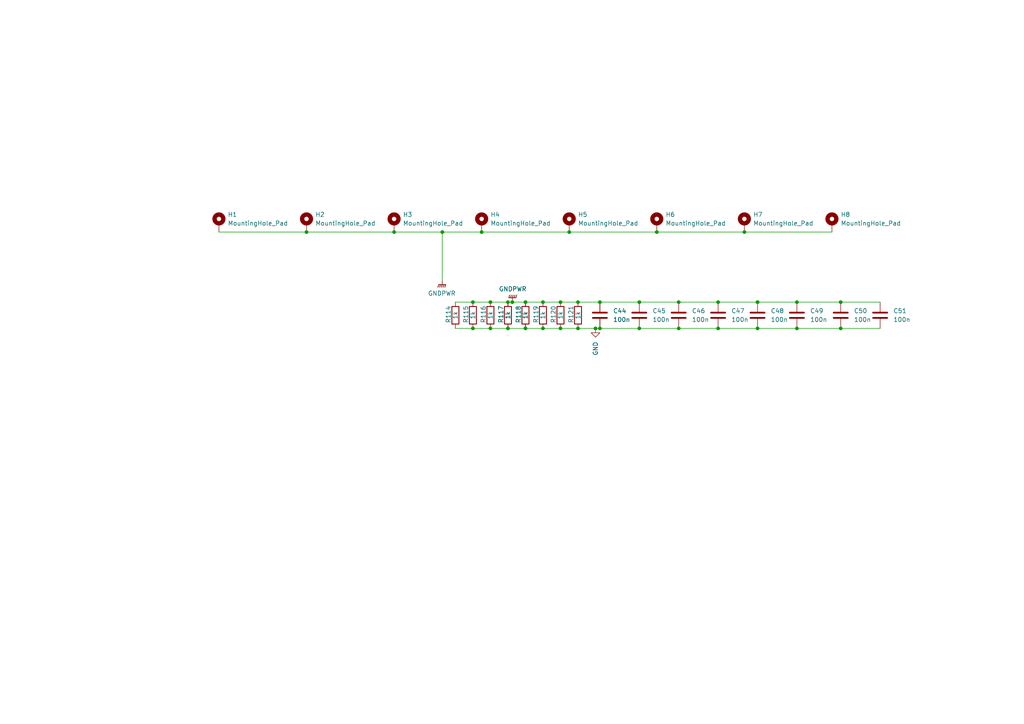
<source format=kicad_sch>
(kicad_sch (version 20250114) (generator "eeschema") (generator_version "9.0")
  (paper "A4")
  (lib_symbols
    (symbol "Device:C" (pin_numbers (hide yes)) (pin_names (offset 0.254))
      (property "Reference" "C" (at 0.635 2.54 0))
      (property "Value" "C" (at 0.635 -2.54 0))
      (symbol "C_0_1"
        (polyline (pts (xy -2.032 0.762) (xy 2.032 0.762)) (stroke (width 0.508)))
        (polyline (pts (xy -2.032 -0.762) (xy 2.032 -0.762)) (stroke (width 0.508)))
      )
      (symbol "C_1_1"
        (pin passive line (at 0 3.81 270) (length 2.794) (name "~") (number "1"))
        (pin passive line (at 0 -3.81 90) (length 2.794) (name "~") (number "2"))
      )
    )
    (symbol "Device:R" (pin_numbers (hide yes)) (pin_names (offset 0))
      (property "Reference" "R" (at 2.032 0 90))
      (property "Value" "R" (at 0 0 90))
      (symbol "R_0_1"
        (rectangle (start -1.016 -2.54) (end 1.016 2.54) (stroke (width 0.254)))
      )
      (symbol "R_1_1"
        (pin passive line (at 0 3.81 270) (length 1.27) (name "~") (number "1"))
        (pin passive line (at 0 -3.81 90) (length 1.27) (name "~") (number "2"))
      )
    )
    (symbol "Mechanical:MountingHole_Pad" (pin_numbers (hide yes)) (pin_names (offset 1.016) (hide yes)) (exclude_from_sim yes) (in_bom no)
      (property "Reference" "H" (at 0 6.35 0))
      (property "Value" "MountingHole_Pad" (at 0 4.445 0))
      (symbol "MountingHole_Pad_0_1"
        (circle (center 0 1.27) (radius 1.27) (stroke (width 1.27)))
      )
      (symbol "MountingHole_Pad_1_1"
        (pin input line (at 0 -2.54 90) (length 2.54) (name "1") (number "1"))
      )
    )
    (symbol "power:GND" (power) (pin_numbers (hide yes)) (pin_names (offset 0) (hide yes))
      (property "Value" "GND" (at 0 -3.81 0))
      (symbol "GND_0_1"
        (polyline (pts (xy 0 0) (xy 0 -1.27) (xy 1.27 -1.27) (xy 0 -2.54) (xy -1.27 -1.27) (xy 0 -1.27)))
      )
      (symbol "GND_1_1"
        (pin power_in line (at 0 0 270) (length 0) (name "~") (number "1"))
      )
    )
    (symbol "power:GNDPWR" (power) (pin_numbers (hide yes)) (pin_names (offset 0) (hide yes))
      (property "Value" "GNDPWR" (at 0 -3.302 0))
      (symbol "GNDPWR_0_1"
        (polyline (pts (xy -1.016 -1.27) (xy -1.27 -2.032) (xy -1.27 -2.032)) (stroke (width 0.2032)))
        (polyline (pts (xy -0.508 -1.27) (xy -0.762 -2.032) (xy -0.762 -2.032)) (stroke (width 0.2032)))
        (polyline (pts (xy 0 -1.27) (xy 0 0)))
        (polyline (pts (xy 0 -1.27) (xy -0.254 -2.032) (xy -0.254 -2.032)) (stroke (width 0.2032)))
        (polyline (pts (xy 0.508 -1.27) (xy 0.254 -2.032) (xy 0.254 -2.032)) (stroke (width 0.2032)))
        (polyline (pts (xy 1.016 -1.27) (xy -1.016 -1.27) (xy -1.016 -1.27)) (stroke (width 0.2032)))
        (polyline (pts (xy 1.016 -1.27) (xy 0.762 -2.032) (xy 0.762 -2.032) (xy 0.762 -2.032)) (stroke (width 0.2032)))
      )
      (symbol "GNDPWR_1_1"
        (pin power_in line (at 0 0 270) (length 0) (name "~") (number "1"))
      )
    )
  )
  (junction (at 88.9 67.31))
  (junction (at 139.7 67.31))
  (junction (at 172.72 95.25))
  (junction (at 142.24 95.25))
  (junction (at 173.99 87.63))
  (junction (at 137.16 87.63))
  (junction (at 196.85 95.25))
  (junction (at 196.85 87.63))
  (junction (at 128.27 67.31))
  (junction (at 157.48 95.25))
  (junction (at 165.1 67.31))
  (junction (at 219.71 95.25))
  (junction (at 167.64 95.25))
  (junction (at 219.71 87.63))
  (junction (at 162.56 87.63))
  (junction (at 152.4 95.25))
  (junction (at 231.14 87.63))
  (junction (at 157.48 87.63))
  (junction (at 173.99 95.25))
  (junction (at 147.32 87.63))
  (junction (at 137.16 95.25))
  (junction (at 152.4 87.63))
  (junction (at 208.28 87.63))
  (junction (at 148.59 87.63))
  (junction (at 147.32 95.25))
  (junction (at 167.64 87.63))
  (junction (at 243.84 95.25))
  (junction (at 162.56 95.25))
  (junction (at 215.9 67.31))
  (junction (at 208.28 95.25))
  (junction (at 190.5 67.31))
  (junction (at 231.14 95.25))
  (junction (at 243.84 87.63))
  (junction (at 114.3 67.31))
  (junction (at 142.24 87.63))
  (junction (at 185.42 95.25))
  (junction (at 185.42 87.63))
  (wire (pts (xy 231.14 95.25) (xy 243.84 95.25)))
  (wire (pts (xy 165.1 67.31) (xy 190.5 67.31)))
  (wire (pts (xy 243.84 95.25) (xy 255.27 95.25)))
  (wire (pts (xy 63.5 67.31) (xy 88.9 67.31)))
  (wire (pts (xy 142.24 87.63) (xy 147.32 87.63)))
  (wire (pts (xy 152.4 95.25) (xy 157.48 95.25)))
  (wire (pts (xy 208.28 87.63) (xy 219.71 87.63)))
  (wire (pts (xy 185.42 87.63) (xy 196.85 87.63)))
  (wire (pts (xy 132.08 95.25) (xy 137.16 95.25)))
  (wire (pts (xy 219.71 95.25) (xy 231.14 95.25)))
  (wire (pts (xy 88.9 67.31) (xy 114.3 67.31)))
  (wire (pts (xy 147.32 95.25) (xy 152.4 95.25)))
  (wire (pts (xy 208.28 95.25) (xy 219.71 95.25)))
  (wire (pts (xy 132.08 87.63) (xy 137.16 87.63)))
  (wire (pts (xy 139.7 67.31) (xy 165.1 67.31)))
  (wire (pts (xy 142.24 95.25) (xy 147.32 95.25)))
  (wire (pts (xy 152.4 87.63) (xy 157.48 87.63)))
  (wire (pts (xy 157.48 87.63) (xy 162.56 87.63)))
  (wire (pts (xy 148.59 87.63) (xy 152.4 87.63)))
  (wire (pts (xy 137.16 95.25) (xy 142.24 95.25)))
  (wire (pts (xy 231.14 87.63) (xy 243.84 87.63)))
  (wire (pts (xy 162.56 95.25) (xy 167.64 95.25)))
  (wire (pts (xy 196.85 95.25) (xy 208.28 95.25)))
  (wire (pts (xy 173.99 95.25) (xy 185.42 95.25)))
  (wire (pts (xy 196.85 87.63) (xy 208.28 87.63)))
  (wire (pts (xy 190.5 67.31) (xy 215.9 67.31)))
  (wire (pts (xy 128.27 67.31) (xy 139.7 67.31)))
  (wire (pts (xy 167.64 87.63) (xy 173.99 87.63)))
  (wire (pts (xy 147.32 87.63) (xy 148.59 87.63)))
  (wire (pts (xy 114.3 67.31) (xy 128.27 67.31)))
  (wire (pts (xy 137.16 87.63) (xy 142.24 87.63)))
  (wire (pts (xy 185.42 95.25) (xy 196.85 95.25)))
  (wire (pts (xy 173.99 87.63) (xy 185.42 87.63)))
  (wire (pts (xy 157.48 95.25) (xy 162.56 95.25)))
  (wire (pts (xy 219.71 87.63) (xy 231.14 87.63)))
  (wire (pts (xy 128.27 81.28) (xy 128.27 67.31)))
  (wire (pts (xy 172.72 95.25) (xy 173.99 95.25)))
  (wire (pts (xy 162.56 87.63) (xy 167.64 87.63)))
  (wire (pts (xy 167.64 95.25) (xy 172.72 95.25)))
  (wire (pts (xy 215.9 67.31) (xy 241.3 67.31)))
  (wire (pts (xy 243.84 87.63) (xy 255.27 87.63)))
  (symbol (lib_id "Mechanical:MountingHole_Pad") (at 139.7 64.77 0) (unit 1) (exclude_from_sim yes) (in_bom no)
    (property "Reference" "H4" (at 142.24 62.2299 0) (effects (justify left)))
    (property "Value" "MountingHole_Pad" (at 142.24 64.7699 0) (effects (justify left)))
    (property "Footprint" "MountingHole:MountingHole_3.2mm_M3_Pad_TopBottom" (effects (hide yes)))
    (property "Description" "Mounting Hole with connection" (effects (hide yes)))
  )
  (symbol (lib_id "Mechanical:MountingHole_Pad") (at 241.3 64.77 0) (unit 1) (exclude_from_sim yes) (in_bom no)
    (property "Reference" "H8" (at 243.84 62.2299 0) (effects (justify left)))
    (property "Value" "MountingHole_Pad" (at 243.84 64.7699 0) (effects (justify left)))
    (property "Footprint" "MountingHole:MountingHole_3.2mm_M3_Pad_TopBottom" (effects (hide yes)))
    (property "Description" "Mounting Hole with connection" (effects (hide yes)))
  )
  (symbol (lib_id "Mechanical:MountingHole_Pad") (at 165.1 64.77 0) (unit 1) (exclude_from_sim yes) (in_bom no)
    (property "Reference" "H5" (at 167.64 62.2299 0) (effects (justify left)))
    (property "Value" "MountingHole_Pad" (at 167.64 64.7699 0) (effects (justify left)))
    (property "Footprint" "MountingHole:MountingHole_3.2mm_M3_Pad_TopBottom" (effects (hide yes)))
    (property "Description" "Mounting Hole with connection" (effects (hide yes)))
  )
  (symbol (lib_id "Device:R") (at 142.24 91.44 0) (mirror y) (unit 1)
    (property "Reference" "R116" (at 140.208 91.186 90))
    (property "Value" "1k" (at 142.24 91.44 90))
    (property "Footprint" "Resistor_SMD:R_1206_3216Metric_Pad1.30x1.75mm_HandSolder" (effects (hide yes)))
    (property "Description" "Resistor" (effects (hide yes)))
  )
  (symbol (lib_id "Device:C") (at 173.99 91.44 0) (unit 1)
    (property "Reference" "C44" (at 177.8 90.1699 0) (effects (justify left)))
    (property "Value" "100n" (at 177.8 92.7099 0) (effects (justify left)))
    (property "Footprint" "Resistor_SMD:R_1206_3216Metric_Pad1.30x1.75mm_HandSolder" (effects (hide yes)))
    (property "Description" "Unpolarized capacitor" (effects (hide yes)))
  )
  (symbol (lib_id "Mechanical:MountingHole_Pad") (at 215.9 64.77 0) (unit 1) (exclude_from_sim yes) (in_bom no)
    (property "Reference" "H7" (at 218.44 62.2299 0) (effects (justify left)))
    (property "Value" "MountingHole_Pad" (at 218.44 64.7699 0) (effects (justify left)))
    (property "Footprint" "MountingHole:MountingHole_3.2mm_M3_Pad_TopBottom" (effects (hide yes)))
    (property "Description" "Mounting Hole with connection" (effects (hide yes)))
  )
  (symbol (lib_id "Device:R") (at 157.48 91.44 0) (mirror y) (unit 1)
    (property "Reference" "R119" (at 155.448 91.186 90))
    (property "Value" "1k" (at 157.48 91.44 90))
    (property "Footprint" "Resistor_SMD:R_1206_3216Metric_Pad1.30x1.75mm_HandSolder" (effects (hide yes)))
    (property "Description" "Resistor" (effects (hide yes)))
  )
  (symbol (lib_id "Device:R") (at 162.56 91.44 0) (mirror y) (unit 1)
    (property "Reference" "R120" (at 160.528 91.186 90))
    (property "Value" "1k" (at 162.56 91.44 90))
    (property "Footprint" "Resistor_SMD:R_1206_3216Metric_Pad1.30x1.75mm_HandSolder" (effects (hide yes)))
    (property "Description" "Resistor" (effects (hide yes)))
  )
  (symbol (lib_id "power:GND") (at 172.72 95.25 0) (unit 1)
    (property "Reference" "#PWR0177" (effects (hide yes)))
    (property "Value" "GND" (at 172.7201 99.06 90) (effects (justify right)))
    (property "Description" "Power symbol creates a global label with name \"GND\" , ground" (effects (hide yes)))
  )
  (symbol (lib_id "power:GNDPWR") (at 128.27 81.28 0) (unit 1)
    (property "Reference" "#PWR0175" (effects (hide yes)))
    (property "Value" "GNDPWR" (at 128.143 85.09 0))
    (property "Description" "Power symbol creates a global label with name \"GNDPWR\" , global ground" (effects (hide yes)))
  )
  (symbol (lib_id "Device:C") (at 219.71 91.44 0) (unit 1)
    (property "Reference" "C48" (at 223.52 90.1699 0) (effects (justify left)))
    (property "Value" "100n" (at 223.52 92.7099 0) (effects (justify left)))
    (property "Footprint" "Resistor_SMD:R_1206_3216Metric_Pad1.30x1.75mm_HandSolder" (effects (hide yes)))
    (property "Description" "Unpolarized capacitor" (effects (hide yes)))
  )
  (symbol (lib_id "Mechanical:MountingHole_Pad") (at 88.9 64.77 0) (unit 1) (exclude_from_sim yes) (in_bom no)
    (property "Reference" "H2" (at 91.44 62.2299 0) (effects (justify left)))
    (property "Value" "MountingHole_Pad" (at 91.44 64.7699 0) (effects (justify left)))
    (property "Footprint" "MountingHole:MountingHole_3.2mm_M3_Pad_TopBottom" (effects (hide yes)))
    (property "Description" "Mounting Hole with connection" (effects (hide yes)))
  )
  (symbol (lib_id "Device:C") (at 243.84 91.44 0) (unit 1)
    (property "Reference" "C50" (at 247.65 90.1699 0) (effects (justify left)))
    (property "Value" "100n" (at 247.65 92.7099 0) (effects (justify left)))
    (property "Footprint" "Resistor_SMD:R_1206_3216Metric_Pad1.30x1.75mm_HandSolder" (effects (hide yes)))
    (property "Description" "Unpolarized capacitor" (effects (hide yes)))
  )
  (symbol (lib_id "Device:C") (at 196.85 91.44 0) (unit 1)
    (property "Reference" "C46" (at 200.66 90.1699 0) (effects (justify left)))
    (property "Value" "100n" (at 200.66 92.7099 0) (effects (justify left)))
    (property "Footprint" "Resistor_SMD:R_1206_3216Metric_Pad1.30x1.75mm_HandSolder" (effects (hide yes)))
    (property "Description" "Unpolarized capacitor" (effects (hide yes)))
  )
  (symbol (lib_id "Device:R") (at 132.08 91.44 0) (mirror y) (unit 1)
    (property "Reference" "R114" (at 130.048 91.186 90))
    (property "Value" "1k" (at 132.08 91.44 90))
    (property "Footprint" "Resistor_SMD:R_1206_3216Metric_Pad1.30x1.75mm_HandSolder" (effects (hide yes)))
    (property "Description" "Resistor" (effects (hide yes)))
  )
  (symbol (lib_id "Device:C") (at 231.14 91.44 0) (unit 1)
    (property "Reference" "C49" (at 234.95 90.1699 0) (effects (justify left)))
    (property "Value" "100n" (at 234.95 92.7099 0) (effects (justify left)))
    (property "Footprint" "Resistor_SMD:R_1206_3216Metric_Pad1.30x1.75mm_HandSolder" (effects (hide yes)))
    (property "Description" "Unpolarized capacitor" (effects (hide yes)))
  )
  (symbol (lib_id "Mechanical:MountingHole_Pad") (at 190.5 64.77 0) (unit 1) (exclude_from_sim yes) (in_bom no)
    (property "Reference" "H6" (at 193.04 62.2299 0) (effects (justify left)))
    (property "Value" "MountingHole_Pad" (at 193.04 64.7699 0) (effects (justify left)))
    (property "Footprint" "MountingHole:MountingHole_3.2mm_M3_Pad_TopBottom" (effects (hide yes)))
    (property "Description" "Mounting Hole with connection" (effects (hide yes)))
  )
  (symbol (lib_id "Device:R") (at 137.16 91.44 0) (mirror y) (unit 1)
    (property "Reference" "R115" (at 135.128 91.186 90))
    (property "Value" "1k" (at 137.16 91.44 90))
    (property "Footprint" "Resistor_SMD:R_1206_3216Metric_Pad1.30x1.75mm_HandSolder" (effects (hide yes)))
    (property "Description" "Resistor" (effects (hide yes)))
  )
  (symbol (lib_id "power:GNDPWR") (at 148.59 87.63 180) (unit 1)
    (property "Reference" "#PWR0176" (effects (hide yes)))
    (property "Value" "GNDPWR" (at 148.717 83.82 0))
    (property "Description" "Power symbol creates a global label with name \"GNDPWR\" , global ground" (effects (hide yes)))
  )
  (symbol (lib_id "Device:R") (at 147.32 91.44 0) (mirror y) (unit 1)
    (property "Reference" "R117" (at 145.288 91.186 90))
    (property "Value" "1k" (at 147.32 91.44 90))
    (property "Footprint" "Resistor_SMD:R_1206_3216Metric_Pad1.30x1.75mm_HandSolder" (effects (hide yes)))
    (property "Description" "Resistor" (effects (hide yes)))
  )
  (symbol (lib_id "Device:R") (at 167.64 91.44 0) (mirror y) (unit 1)
    (property "Reference" "R121" (at 165.608 91.186 90))
    (property "Value" "1k" (at 167.64 91.44 90))
    (property "Footprint" "Resistor_SMD:R_1206_3216Metric_Pad1.30x1.75mm_HandSolder" (effects (hide yes)))
    (property "Description" "Resistor" (effects (hide yes)))
  )
  (symbol (lib_id "Device:C") (at 185.42 91.44 0) (unit 1)
    (property "Reference" "C45" (at 189.23 90.1699 0) (effects (justify left)))
    (property "Value" "100n" (at 189.23 92.7099 0) (effects (justify left)))
    (property "Footprint" "Resistor_SMD:R_1206_3216Metric_Pad1.30x1.75mm_HandSolder" (effects (hide yes)))
    (property "Description" "Unpolarized capacitor" (effects (hide yes)))
  )
  (symbol (lib_id "Mechanical:MountingHole_Pad") (at 114.3 64.77 0) (unit 1) (exclude_from_sim yes) (in_bom no)
    (property "Reference" "H3" (at 116.84 62.2299 0) (effects (justify left)))
    (property "Value" "MountingHole_Pad" (at 116.84 64.7699 0) (effects (justify left)))
    (property "Footprint" "MountingHole:MountingHole_3.2mm_M3_Pad_TopBottom" (effects (hide yes)))
    (property "Description" "Mounting Hole with connection" (effects (hide yes)))
  )
  (symbol (lib_id "Mechanical:MountingHole_Pad") (at 63.5 64.77 0) (unit 1) (exclude_from_sim yes) (in_bom no)
    (property "Reference" "H1" (at 66.04 62.2299 0) (effects (justify left)))
    (property "Value" "MountingHole_Pad" (at 66.04 64.7699 0) (effects (justify left)))
    (property "Footprint" "MountingHole:MountingHole_3.2mm_M3_Pad_TopBottom" (effects (hide yes)))
    (property "Description" "Mounting Hole with connection" (effects (hide yes)))
  )
  (symbol (lib_id "Device:C") (at 255.27 91.44 0) (unit 1)
    (property "Reference" "C51" (at 259.08 90.1699 0) (effects (justify left)))
    (property "Value" "100n" (at 259.08 92.7099 0) (effects (justify left)))
    (property "Footprint" "Resistor_SMD:R_1206_3216Metric_Pad1.30x1.75mm_HandSolder" (effects (hide yes)))
    (property "Description" "Unpolarized capacitor" (effects (hide yes)))
  )
  (symbol (lib_id "Device:R") (at 152.4 91.44 0) (mirror y) (unit 1)
    (property "Reference" "R118" (at 150.368 91.186 90))
    (property "Value" "1k" (at 152.4 91.44 90))
    (property "Footprint" "Resistor_SMD:R_1206_3216Metric_Pad1.30x1.75mm_HandSolder" (effects (hide yes)))
    (property "Description" "Resistor" (effects (hide yes)))
  )
  (symbol (lib_id "Device:C") (at 208.28 91.44 0) (unit 1)
    (property "Reference" "C47" (at 212.09 90.1699 0) (effects (justify left)))
    (property "Value" "100n" (at 212.09 92.7099 0) (effects (justify left)))
    (property "Footprint" "Resistor_SMD:R_1206_3216Metric_Pad1.30x1.75mm_HandSolder" (effects (hide yes)))
    (property "Description" "Unpolarized capacitor" (effects (hide yes)))
  )
)
</source>
